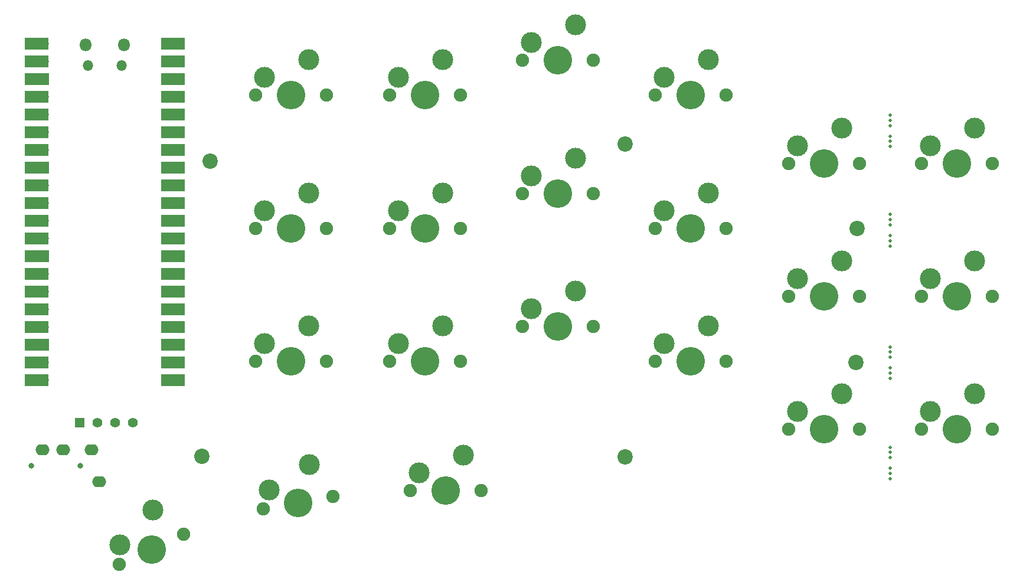
<source format=gts>
%TF.GenerationSoftware,KiCad,Pcbnew,6.0.2+dfsg-1*%
%TF.CreationDate,2023-08-25T19:40:09+02:00*%
%TF.ProjectId,max,6d61782e-6b69-4636-9164-5f7063625858,rev1.0*%
%TF.SameCoordinates,Original*%
%TF.FileFunction,Soldermask,Top*%
%TF.FilePolarity,Negative*%
%FSLAX46Y46*%
G04 Gerber Fmt 4.6, Leading zero omitted, Abs format (unit mm)*
G04 Created by KiCad (PCBNEW 6.0.2+dfsg-1) date 2023-08-25 19:40:09*
%MOMM*%
%LPD*%
G01*
G04 APERTURE LIST*
%ADD10C,1.900000*%
%ADD11C,3.000000*%
%ADD12C,4.100000*%
%ADD13O,1.500000X1.500000*%
%ADD14O,1.800000X1.800000*%
%ADD15R,3.500000X1.700000*%
%ADD16O,1.700000X1.700000*%
%ADD17R,1.700000X1.700000*%
%ADD18C,0.800000*%
%ADD19O,2.000000X1.600000*%
%ADD20C,0.500000*%
%ADD21C,2.200000*%
%ADD22C,1.397000*%
%ADD23R,1.397000X1.397000*%
G04 APERTURE END LIST*
D10*
%TO.C,K25*%
X102731760Y-94000000D03*
D11*
X104001760Y-91460000D03*
D10*
X112891760Y-94000000D03*
D12*
X107811760Y-94000000D03*
D11*
X110351760Y-88920000D03*
%TD*%
D12*
%TO.C,K24*%
X126979611Y-94000000D03*
D10*
X132059611Y-94000000D03*
D11*
X129519611Y-88920000D03*
X123169611Y-91460000D03*
D10*
X121899611Y-94000000D03*
%TD*%
D12*
%TO.C,K13*%
X146025992Y-69953317D03*
D10*
X151105992Y-69953317D03*
X140945992Y-69953317D03*
D11*
X142215992Y-67413317D03*
X148565992Y-64873317D03*
%TD*%
D10*
%TO.C,K2*%
X208347034Y-65604957D03*
D11*
X205807034Y-60524957D03*
D12*
X203267034Y-65604957D03*
D11*
X199457034Y-63064957D03*
D10*
X198187034Y-65604957D03*
%TD*%
D11*
%TO.C,K21*%
X205807034Y-98624957D03*
D10*
X208347034Y-103704957D03*
X198187034Y-103704957D03*
D12*
X203267034Y-103704957D03*
D11*
X199457034Y-101164957D03*
%TD*%
D10*
%TO.C,K10*%
X189297034Y-84654957D03*
D12*
X184217034Y-84654957D03*
D11*
X180407034Y-82114957D03*
D10*
X179137034Y-84654957D03*
D11*
X186757034Y-79574957D03*
%TD*%
D13*
%TO.C,U2*%
X78651800Y-51625000D03*
X83501800Y-51625000D03*
D14*
X83801800Y-48595000D03*
X78351800Y-48595000D03*
D15*
X71286800Y-48465000D03*
D16*
X72186800Y-48465000D03*
X72186800Y-51005000D03*
D15*
X71286800Y-51005000D03*
D17*
X72186800Y-53545000D03*
D15*
X71286800Y-53545000D03*
X71286800Y-56085000D03*
D16*
X72186800Y-56085000D03*
D15*
X71286800Y-58625000D03*
D16*
X72186800Y-58625000D03*
X72186800Y-61165000D03*
D15*
X71286800Y-61165000D03*
X71286800Y-63705000D03*
D16*
X72186800Y-63705000D03*
D15*
X71286800Y-66245000D03*
D17*
X72186800Y-66245000D03*
D15*
X71286800Y-68785000D03*
D16*
X72186800Y-68785000D03*
D15*
X71286800Y-71325000D03*
D16*
X72186800Y-71325000D03*
X72186800Y-73865000D03*
D15*
X71286800Y-73865000D03*
D16*
X72186800Y-76405000D03*
D15*
X71286800Y-76405000D03*
X71286800Y-78945000D03*
D17*
X72186800Y-78945000D03*
D16*
X72186800Y-81485000D03*
D15*
X71286800Y-81485000D03*
X71286800Y-84025000D03*
D16*
X72186800Y-84025000D03*
D15*
X71286800Y-86565000D03*
D16*
X72186800Y-86565000D03*
D15*
X71286800Y-89105000D03*
D16*
X72186800Y-89105000D03*
D17*
X72186800Y-91645000D03*
D15*
X71286800Y-91645000D03*
X71286800Y-94185000D03*
D16*
X72186800Y-94185000D03*
X72186800Y-96725000D03*
D15*
X71286800Y-96725000D03*
D16*
X89966800Y-96725000D03*
D15*
X90866800Y-96725000D03*
D16*
X89966800Y-94185000D03*
D15*
X90866800Y-94185000D03*
X90866800Y-91645000D03*
D17*
X89966800Y-91645000D03*
D16*
X89966800Y-89105000D03*
D15*
X90866800Y-89105000D03*
X90866800Y-86565000D03*
D16*
X89966800Y-86565000D03*
X89966800Y-84025000D03*
D15*
X90866800Y-84025000D03*
X90866800Y-81485000D03*
D16*
X89966800Y-81485000D03*
D15*
X90866800Y-78945000D03*
D17*
X89966800Y-78945000D03*
D16*
X89966800Y-76405000D03*
D15*
X90866800Y-76405000D03*
D16*
X89966800Y-73865000D03*
D15*
X90866800Y-73865000D03*
D16*
X89966800Y-71325000D03*
D15*
X90866800Y-71325000D03*
D16*
X89966800Y-68785000D03*
D15*
X90866800Y-68785000D03*
X90866800Y-66245000D03*
D17*
X89966800Y-66245000D03*
D16*
X89966800Y-63705000D03*
D15*
X90866800Y-63705000D03*
X90866800Y-61165000D03*
D16*
X89966800Y-61165000D03*
D15*
X90866800Y-58625000D03*
D16*
X89966800Y-58625000D03*
X89966800Y-56085000D03*
D15*
X90866800Y-56085000D03*
X90866800Y-53545000D03*
D17*
X89966800Y-53545000D03*
D16*
X89966800Y-51005000D03*
D15*
X90866800Y-51005000D03*
D16*
X89966800Y-48465000D03*
D15*
X90866800Y-48465000D03*
%TD*%
D10*
%TO.C,K04*%
X132059611Y-55788342D03*
X121899611Y-55788342D03*
D11*
X123169611Y-53248342D03*
X129519611Y-50708342D03*
D12*
X126979611Y-55788342D03*
%TD*%
D11*
%TO.C,K22*%
X161290000Y-91460000D03*
D10*
X160020000Y-94000000D03*
D12*
X165100000Y-94000000D03*
D11*
X167640000Y-88920000D03*
D10*
X170180000Y-94000000D03*
%TD*%
D11*
%TO.C,K30*%
X132509267Y-107455102D03*
X126159267Y-109995102D03*
D10*
X135049267Y-112535102D03*
D12*
X129969267Y-112535102D03*
D10*
X124889267Y-112535102D03*
%TD*%
D11*
%TO.C,K00*%
X180407034Y-63064957D03*
D12*
X184217034Y-65604957D03*
D11*
X186757034Y-60524957D03*
D10*
X189297034Y-65604957D03*
X179137034Y-65604957D03*
%TD*%
%TO.C,K03*%
X151105992Y-50788342D03*
D12*
X146025992Y-50788342D03*
D10*
X140945992Y-50788342D03*
D11*
X142215992Y-48248342D03*
X148565992Y-45708342D03*
%TD*%
%TO.C,K02*%
X161290000Y-53248342D03*
D10*
X170180000Y-55788342D03*
X160020000Y-55788342D03*
D12*
X165100000Y-55788342D03*
D11*
X167640000Y-50708342D03*
%TD*%
D10*
%TO.C,K12*%
X170180000Y-74953317D03*
X160020000Y-74953317D03*
D12*
X165100000Y-74953317D03*
D11*
X167640000Y-69873317D03*
X161290000Y-72413317D03*
%TD*%
%TO.C,K14*%
X123169611Y-72413317D03*
X129519611Y-69873317D03*
D10*
X121899611Y-74953317D03*
X132059611Y-74953317D03*
D12*
X126979611Y-74953317D03*
%TD*%
%TO.C,K20*%
X184217034Y-103704957D03*
D10*
X179137034Y-103704957D03*
D11*
X180407034Y-101164957D03*
D10*
X189297034Y-103704957D03*
D11*
X186757034Y-98624957D03*
%TD*%
D18*
%TO.C,J1*%
X70530000Y-109000000D03*
X77530000Y-109000000D03*
D19*
X80230000Y-111300000D03*
X79130000Y-106700000D03*
X75130000Y-106700000D03*
X72130000Y-106700000D03*
%TD*%
D10*
%TO.C,K11*%
X208347034Y-84654957D03*
D11*
X205807034Y-79574957D03*
D12*
X203267034Y-84654957D03*
D10*
X198187034Y-84654957D03*
D11*
X199457034Y-82114957D03*
%TD*%
%TO.C,K15*%
X110351760Y-69873317D03*
D10*
X102731760Y-74953317D03*
D11*
X104001760Y-72413317D03*
D10*
X112891760Y-74953317D03*
D12*
X107811760Y-74953317D03*
%TD*%
%TO.C,K32*%
X87780000Y-121000000D03*
D10*
X92384044Y-118853099D03*
X83175956Y-123146901D03*
D11*
X87935121Y-115322506D03*
X83253517Y-120308154D03*
%TD*%
D10*
%TO.C,K23*%
X151105992Y-89000000D03*
D11*
X142215992Y-86460000D03*
D10*
X140945992Y-89000000D03*
D11*
X148565992Y-83920000D03*
D12*
X146025992Y-89000000D03*
%TD*%
D10*
%TO.C,K05*%
X102731760Y-55788342D03*
X112891760Y-55788342D03*
D11*
X104001760Y-53248342D03*
D12*
X107811760Y-55788342D03*
D11*
X110351760Y-50708342D03*
%TD*%
%TO.C,K31*%
X110438402Y-108863795D03*
X104625939Y-112467873D03*
D10*
X103816300Y-115189818D03*
D12*
X108819123Y-114307685D03*
D10*
X113821946Y-113425552D03*
%TD*%
D20*
%TO.C,MB4*%
X193746116Y-72958035D03*
X193746116Y-76708035D03*
X193746116Y-77458035D03*
X193746116Y-75958035D03*
X193746116Y-73708035D03*
X193746116Y-74458035D03*
%TD*%
D21*
%TO.C,H4*%
X155668731Y-107714113D03*
%TD*%
%TO.C,H2*%
X96153224Y-65306446D03*
%TD*%
%TO.C,H4*%
X188799504Y-94174530D03*
%TD*%
D20*
%TO.C,MB3*%
X193703298Y-107078812D03*
X193703298Y-109328812D03*
X193703298Y-107828812D03*
X193703298Y-110078812D03*
X193703298Y-106328812D03*
X193703298Y-110828812D03*
%TD*%
D21*
%TO.C,H4*%
X189016318Y-74980397D03*
%TD*%
%TO.C,H1*%
X155668731Y-62856172D03*
%TD*%
D22*
%TO.C,J2*%
X85090001Y-102819602D03*
X82550001Y-102819602D03*
X80010001Y-102819602D03*
D23*
X77470001Y-102819602D03*
%TD*%
D21*
%TO.C,H3*%
X94980000Y-107600000D03*
%TD*%
D20*
%TO.C,MB4*%
X193703775Y-95682377D03*
X193703775Y-92682377D03*
X193703775Y-93432377D03*
X193703775Y-94932377D03*
X193703775Y-96432377D03*
X193703775Y-91932377D03*
%TD*%
%TO.C,MB4*%
X193755146Y-63210000D03*
X193755146Y-58710000D03*
X193755146Y-59460000D03*
X193755146Y-62460000D03*
X193755146Y-60210000D03*
X193755146Y-61710000D03*
%TD*%
M02*

</source>
